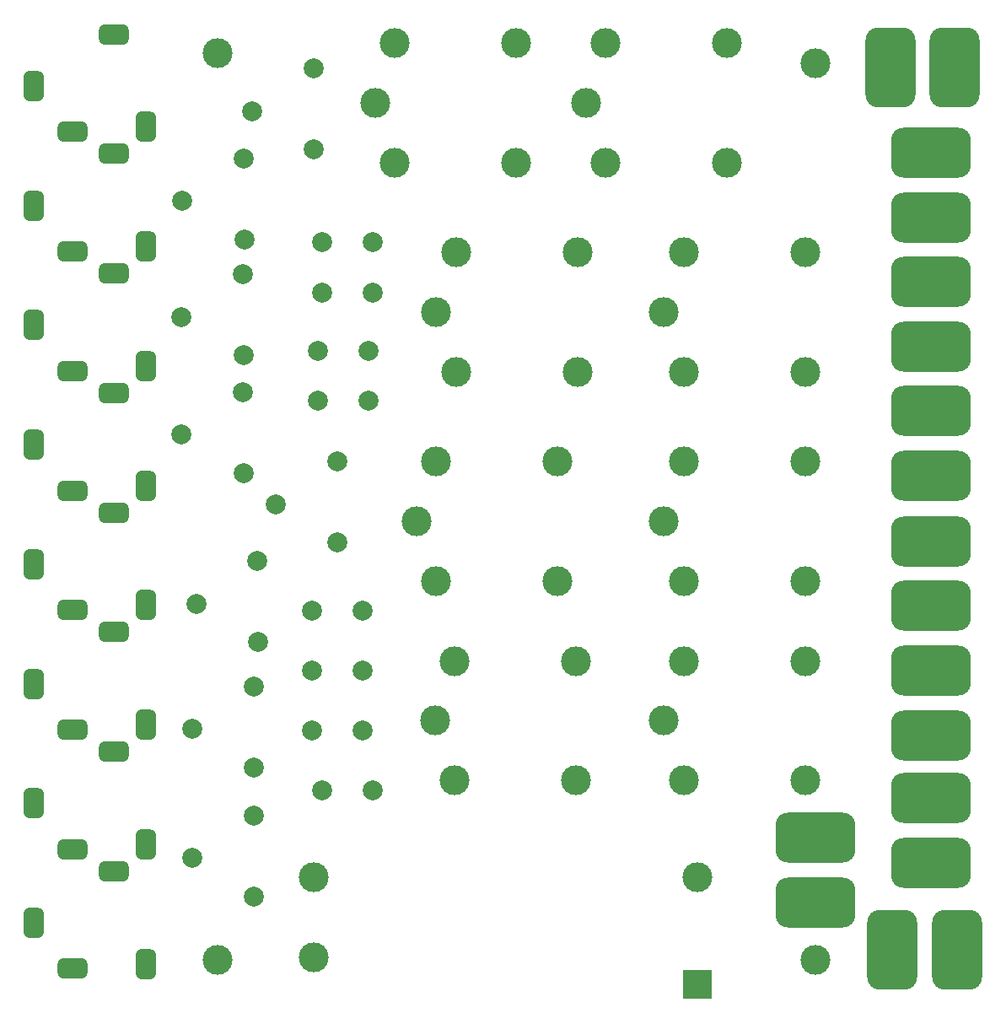
<source format=gbr>
%TF.GenerationSoftware,KiCad,Pcbnew,7.0.2-6a45011f42~172~ubuntu22.04.1*%
%TF.CreationDate,2023-05-18T11:35:50+02:00*%
%TF.ProjectId,midi_relais,6d696469-5f72-4656-9c61-69732e6b6963,rev?*%
%TF.SameCoordinates,Original*%
%TF.FileFunction,Soldermask,Bot*%
%TF.FilePolarity,Negative*%
%FSLAX46Y46*%
G04 Gerber Fmt 4.6, Leading zero omitted, Abs format (unit mm)*
G04 Created by KiCad (PCBNEW 7.0.2-6a45011f42~172~ubuntu22.04.1) date 2023-05-18 11:35:50*
%MOMM*%
%LPD*%
G01*
G04 APERTURE LIST*
G04 Aperture macros list*
%AMRoundRect*
0 Rectangle with rounded corners*
0 $1 Rounding radius*
0 $2 $3 $4 $5 $6 $7 $8 $9 X,Y pos of 4 corners*
0 Add a 4 corners polygon primitive as box body*
4,1,4,$2,$3,$4,$5,$6,$7,$8,$9,$2,$3,0*
0 Add four circle primitives for the rounded corners*
1,1,$1+$1,$2,$3*
1,1,$1+$1,$4,$5*
1,1,$1+$1,$6,$7*
1,1,$1+$1,$8,$9*
0 Add four rect primitives between the rounded corners*
20,1,$1+$1,$2,$3,$4,$5,0*
20,1,$1+$1,$4,$5,$6,$7,0*
20,1,$1+$1,$6,$7,$8,$9,0*
20,1,$1+$1,$8,$9,$2,$3,0*%
G04 Aperture macros list end*
%ADD10RoundRect,0.500000X-0.500000X-1.000000X0.500000X-1.000000X0.500000X1.000000X-0.500000X1.000000X0*%
%ADD11RoundRect,0.500000X-1.000000X-0.500000X1.000000X-0.500000X1.000000X0.500000X-1.000000X0.500000X0*%
%ADD12C,2.000000*%
%ADD13RoundRect,1.250000X-1.250000X2.750000X-1.250000X-2.750000X1.250000X-2.750000X1.250000X2.750000X0*%
%ADD14C,3.000000*%
%ADD15RoundRect,1.250000X2.750000X1.250000X-2.750000X1.250000X-2.750000X-1.250000X2.750000X-1.250000X0*%
%ADD16R,3.000000X3.000000*%
%ADD17RoundRect,1.250000X1.250000X-2.750000X1.250000X2.750000X-1.250000X2.750000X-1.250000X-2.750000X0*%
G04 APERTURE END LIST*
D10*
%TO.C,J13*%
X26550000Y-111300000D03*
D11*
X30450000Y-115900000D03*
D10*
X37750000Y-115400000D03*
D11*
X34550000Y-106100000D03*
%TD*%
D12*
%TO.C,D3*%
X60126623Y-65906188D03*
X55046623Y-65906188D03*
%TD*%
%TO.C,Q6*%
X49050000Y-95130000D03*
X42850000Y-91260000D03*
X49000000Y-87000000D03*
%TD*%
D10*
%TO.C,J10*%
X26550000Y-99300000D03*
D11*
X30450000Y-103900000D03*
D10*
X37750000Y-103400000D03*
D11*
X34550000Y-94100000D03*
%TD*%
D10*
%TO.C,J9*%
X26550000Y-87300000D03*
D11*
X30450000Y-91900000D03*
D10*
X37750000Y-91400000D03*
D11*
X34550000Y-82100000D03*
%TD*%
D13*
%TO.C,J3*%
X112510000Y-37400000D03*
X119020000Y-37400000D03*
%TD*%
D12*
%TO.C,Q2*%
X47670000Y-54670000D03*
X41470000Y-50800000D03*
X47620000Y-46540000D03*
%TD*%
D10*
%TO.C,J2*%
X26550000Y-51300000D03*
D11*
X30450000Y-55900000D03*
D10*
X37750000Y-55400000D03*
D11*
X34550000Y-46100000D03*
%TD*%
D14*
%TO.C,H4*%
X45000000Y-127000000D03*
%TD*%
D12*
%TO.C,D2*%
X60540000Y-60000000D03*
X55460000Y-60000000D03*
%TD*%
D14*
%TO.C,K6*%
X89800000Y-83000000D03*
X104000000Y-77000000D03*
X104000000Y-89000000D03*
X91800000Y-89000000D03*
X91800000Y-77000000D03*
%TD*%
D12*
%TO.C,D1*%
X60540000Y-55000000D03*
X55460000Y-55000000D03*
%TD*%
D14*
%TO.C,K8*%
X66800000Y-103000000D03*
X81000000Y-97000000D03*
X81000000Y-109000000D03*
X68800000Y-109000000D03*
X68800000Y-97000000D03*
%TD*%
%TO.C,K7*%
X89800000Y-103000000D03*
X104000000Y-97000000D03*
X104000000Y-109000000D03*
X91800000Y-109000000D03*
X91800000Y-97000000D03*
%TD*%
D12*
%TO.C,D8*%
X60540000Y-110000000D03*
X55460000Y-110000000D03*
%TD*%
%TO.C,Q7*%
X48670000Y-107670000D03*
X42470000Y-103800000D03*
X48620000Y-99540000D03*
%TD*%
D14*
%TO.C,K1*%
X60800000Y-41000000D03*
X75000000Y-35000000D03*
X75000000Y-47000000D03*
X62800000Y-47000000D03*
X62800000Y-35000000D03*
%TD*%
D12*
%TO.C,Q3*%
X47580000Y-66330000D03*
X41380000Y-62460000D03*
X47530000Y-58200000D03*
%TD*%
D14*
%TO.C,K5*%
X64950000Y-83000000D03*
X79150000Y-77000000D03*
X79150000Y-89000000D03*
X66950000Y-89000000D03*
X66950000Y-77000000D03*
%TD*%
%TO.C,K3*%
X66950000Y-62000000D03*
X81150000Y-56000000D03*
X81150000Y-68000000D03*
X68950000Y-68000000D03*
X68950000Y-56000000D03*
%TD*%
D10*
%TO.C,J5*%
X26550000Y-63300000D03*
D11*
X30450000Y-67900000D03*
D10*
X37750000Y-67400000D03*
D11*
X34550000Y-58100000D03*
%TD*%
D10*
%TO.C,J6*%
X26550000Y-75300000D03*
D11*
X30450000Y-79900000D03*
D10*
X37750000Y-79400000D03*
D11*
X34550000Y-70100000D03*
%TD*%
D14*
%TO.C,H1*%
X45000000Y-36000000D03*
%TD*%
D12*
%TO.C,D7*%
X59540000Y-104000000D03*
X54460000Y-104000000D03*
%TD*%
%TO.C,D5*%
X59540000Y-92000000D03*
X54460000Y-92000000D03*
%TD*%
D14*
%TO.C,K2*%
X81950000Y-41000000D03*
X96150000Y-35000000D03*
X96150000Y-47000000D03*
X83950000Y-47000000D03*
X83950000Y-35000000D03*
%TD*%
D10*
%TO.C,J1*%
X26550000Y-39300000D03*
D11*
X30450000Y-43900000D03*
D10*
X37750000Y-43400000D03*
D11*
X34550000Y-34100000D03*
%TD*%
D12*
%TO.C,D4*%
X60155502Y-70848713D03*
X55075502Y-70848713D03*
%TD*%
%TO.C,Q1*%
X54670000Y-45670000D03*
X48470000Y-41800000D03*
X54620000Y-37540000D03*
%TD*%
D15*
%TO.C,J17*%
X105000000Y-114745000D03*
X105000000Y-121255000D03*
%TD*%
D12*
%TO.C,Q5*%
X57050000Y-85130000D03*
X50850000Y-81260000D03*
X57000000Y-77000000D03*
%TD*%
%TO.C,D6*%
X59540000Y-98000000D03*
X54460000Y-98000000D03*
%TD*%
D10*
%TO.C,J14*%
X26550000Y-123300000D03*
D11*
X30450000Y-127900000D03*
D10*
X37750000Y-127400000D03*
D11*
X34550000Y-118100000D03*
%TD*%
D14*
%TO.C,H2*%
X105000000Y-127000000D03*
%TD*%
%TO.C,K4*%
X89800000Y-62000000D03*
X104000000Y-56000000D03*
X104000000Y-68000000D03*
X91800000Y-68000000D03*
X91800000Y-56000000D03*
%TD*%
D12*
%TO.C,Q8*%
X48670000Y-120670000D03*
X42470000Y-116800000D03*
X48620000Y-112540000D03*
%TD*%
D14*
%TO.C,H3*%
X105000000Y-37000000D03*
%TD*%
D12*
%TO.C,Q4*%
X47580000Y-78130000D03*
X41380000Y-74260000D03*
X47530000Y-70000000D03*
%TD*%
D16*
%TO.C,PS1*%
X93157500Y-129500000D03*
D14*
X93157500Y-118750000D03*
X54657500Y-118750000D03*
X54657500Y-126750000D03*
%TD*%
D15*
%TO.C,J15*%
X116600000Y-117255000D03*
X116600000Y-110745000D03*
%TD*%
%TO.C,J4*%
X116584077Y-52487134D03*
X116584077Y-45977134D03*
%TD*%
%TO.C,J8*%
X116582725Y-78396910D03*
X116582725Y-71886910D03*
%TD*%
%TO.C,J12*%
X116600000Y-104490000D03*
X116600000Y-97980000D03*
%TD*%
%TO.C,J11*%
X116600000Y-91490000D03*
X116600000Y-84980000D03*
%TD*%
%TO.C,J7*%
X116600000Y-65490000D03*
X116600000Y-58980000D03*
%TD*%
D17*
%TO.C,J16*%
X112745000Y-126000000D03*
X119255000Y-126000000D03*
%TD*%
M02*

</source>
